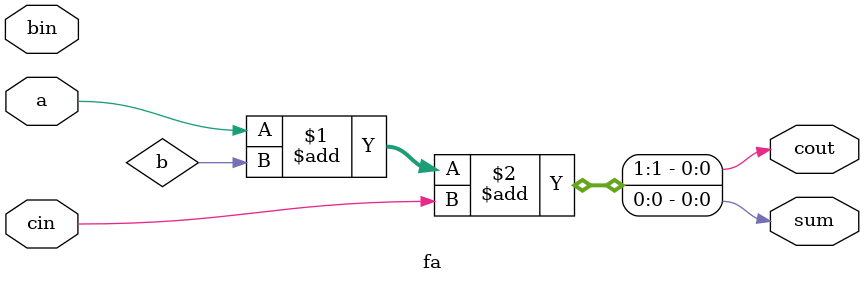
<source format=sv>
module fa (
            input logic a,bin,cin,
            output logic sum,cout
);

assign {cout,sum} = a + b + cin;

endmodule
</source>
